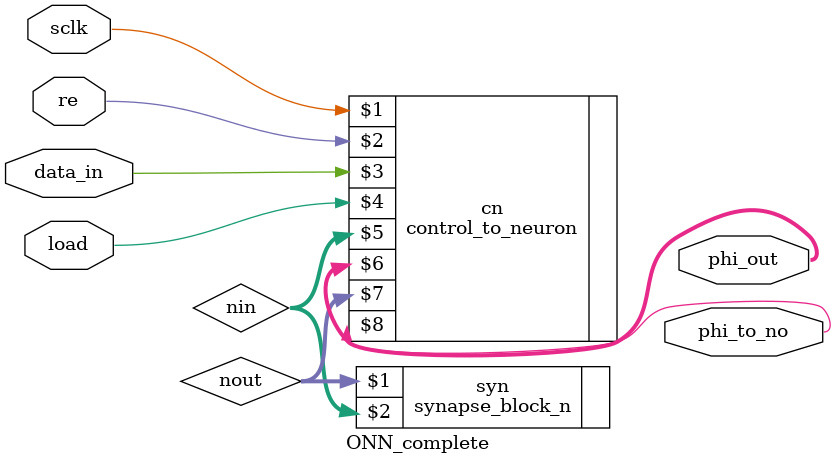
<source format=v>
`timescale 1ns / 1ps

module ONN_complete(
input sclk,re,data_in,load,
output [0:59]phi_out,
output  phi_to_no
);
   
wire[0:14]nin;   
//wire [0:59]phi_out;
//wire steady_cheak,inconsistant_cheak;
wire[0:14]nout;
//wire phi_to_no;

control_to_neuron cn(
sclk,re,data_in,load,
nin,
phi_out,
nout,
phi_to_no
    );
    
synapse_block_n syn(
        nout,
        nin
    );
    
  endmodule
</source>
